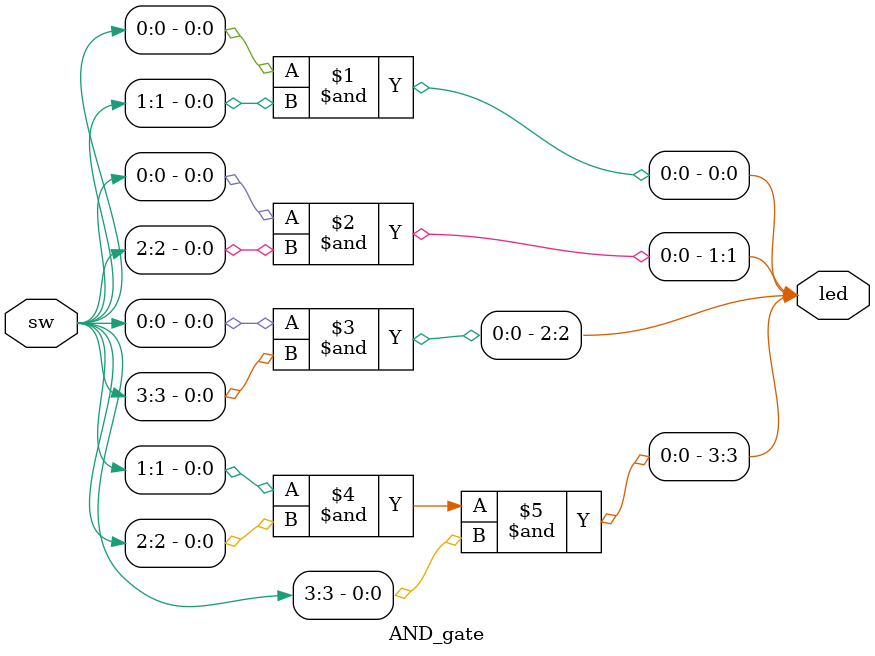
<source format=v>
`timescale 1ns / 1ps


module AND_gate(
    input [3:0] sw,
    output [3:0] led
    );
    assign led[0] = sw[0] & sw[1];
    assign led[1] = sw[0] & sw[2];
    assign led[2] = sw[0] & sw[3];
    assign led[3] = sw[1] & sw[2] & sw[3];
endmodule

</source>
